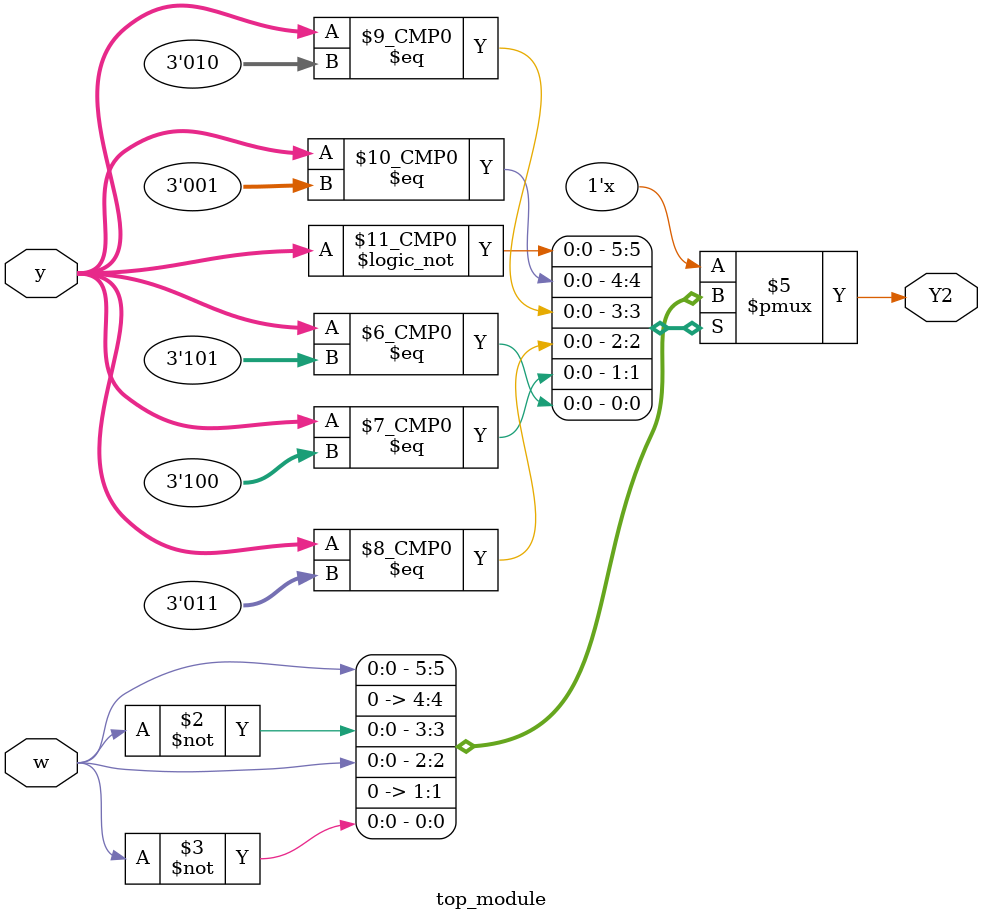
<source format=sv>
module top_module(
    input [3:1] y,
    input w,
    output reg Y2
);

always @(*) begin
    case (y)
        3'b000: Y2 = w; // State A
        3'b001: Y2 = 1'b0; // State B
        3'b010: Y2 = ~w; // State C
        3'b011: Y2 = w; // State D
        3'b100: Y2 = 1'b0; // State E
        3'b101: Y2 = ~w; // State F
        default: Y2 = 1'bx; // Undefined state
    endcase
end

endmodule

</source>
